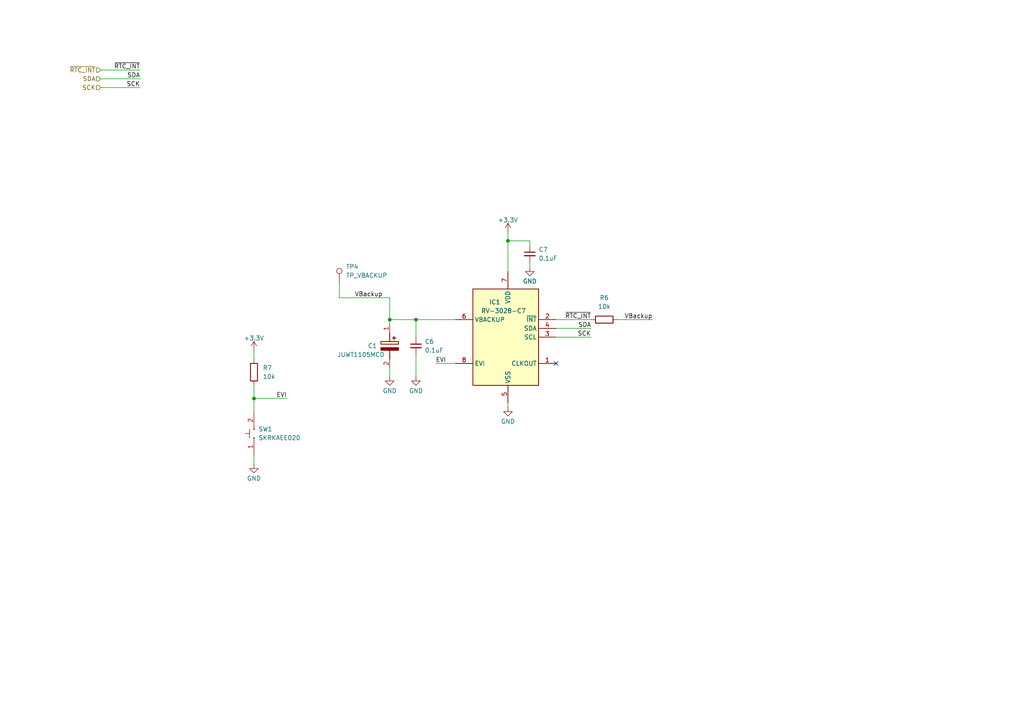
<source format=kicad_sch>
(kicad_sch (version 20230121) (generator eeschema)
  (paper "A4")
  (lib_symbols
    (symbol "Connector:TestPoint" (pin_numbers hide) (pin_names (offset 0.762) hide)
      (property "Reference" "TP" (at 0 6.858 0))
      (property "Value" "TestPoint" (at 0 5.08 0))
      (symbol "TestPoint_0_1"
        (circle (center 0 3.302) (radius 0.762))
      )
      (symbol "TestPoint_1_1"
        (pin passive line (at 0 0 90) (length 2.54) (name "1") (number "1"))
      )
    )
    (symbol "Device:C_Small" (pin_numbers hide) (pin_names (offset 0.254) hide)
      (property "Reference" "C" (at 0.254 1.778 0))
      (property "Value" "C_Small" (at 0.254 -2.032 0))
      (symbol "C_Small_0_1"
        (polyline (pts (xy -1.524 -0.508) (xy 1.524 -0.508)) (stroke (width 0.3302)))
        (polyline (pts (xy -1.524 0.508) (xy 1.524 0.508)) (stroke (width 0.3048)))
      )
      (symbol "C_Small_1_1"
        (pin passive line (at 0 2.54 270) (length 2.032) (name "~") (number "1"))
        (pin passive line (at 0 -2.54 90) (length 2.032) (name "~") (number "2"))
      )
    )
    (symbol "Device:R" (pin_numbers hide) (pin_names (offset 0))
      (property "Reference" "R" (at 2.032 0 90))
      (property "Value" "R" (at 0 0 90))
      (symbol "R_0_1"
        (rectangle (start -1.016 -2.54) (end 1.016 2.54) (stroke (width 0.254)))
      )
      (symbol "R_1_1"
        (pin passive line (at 0 3.81 270) (length 1.27) (name "~") (number "1"))
        (pin passive line (at 0 -3.81 90) (length 1.27) (name "~") (number "2"))
      )
    )
    (symbol "JUWT1105MCD:JUWT1105MCD" (pin_names hide)
      (property "Reference" "C" (at 8.89 6.35 0))
      (property "Value" "JUWT1105MCD" (at 8.89 3.81 0))
      (symbol "JUWT1105MCD_1_1"
        (polyline (pts (xy 2.54 0) (xy 5.08 0)) (stroke (width 0.254)))
        (polyline (pts (xy 4.064 1.778) (xy 4.064 0.762)) (stroke (width 0.254)))
        (polyline (pts (xy 4.572 1.27) (xy 3.556 1.27)) (stroke (width 0.254)))
        (polyline (pts (xy 7.62 0) (xy 10.16 0)) (stroke (width 0.254)))
        (polyline (pts (xy 7.62 2.54) (xy 7.62 -2.54) (xy 6.858 -2.54) (xy 6.858 2.54) (xy 7.62 2.54)) (stroke (width 0.254)) (fill (type outline)))
        (rectangle (start 5.08 2.54) (end 5.842 -2.54) (stroke (width 0.254)) (fill (type background)))
        (pin passive line (at 0 0 0) (length 2.54) (name "+") (number "1"))
        (pin passive line (at 12.7 0 180) (length 2.54) (name "-") (number "2"))
      )
    )
    (symbol "RV-3028-C7:RV-3028-C7"
      (property "Reference" "IC" (at -5.08 10.16 0))
      (property "Value" "RV-3028-C7" (at -6.35 7.62 0))
      (symbol "RV-3028-C7_1_1"
        (rectangle (start -10.16 12.7) (end 8.89 -15.24) (stroke (width 0.254)) (fill (type background)))
        (pin passive line (at 13.97 -8.89 180) (length 5.08) (name "CLKOUT") (number "1"))
        (pin passive line (at 13.97 3.81 180) (length 5.08) (name "~{INT}") (number "2"))
        (pin passive line (at 13.97 -1.27 180) (length 5.08) (name "SCL") (number "3"))
        (pin passive line (at 13.97 1.27 180) (length 5.08) (name "SDA") (number "4"))
        (pin passive line (at 0 -20.32 90) (length 5.08) (name "VSS") (number "5"))
        (pin passive line (at -15.24 3.81 0) (length 5.08) (name "VBACKUP") (number "6"))
        (pin passive line (at 0 17.78 270) (length 5.08) (name "VDD") (number "7"))
        (pin passive line (at -15.24 -8.89 0) (length 5.08) (name "EVI") (number "8"))
      )
    )
    (symbol "SKRKAEE020:SKRKAEE020" (pin_names (offset 1.016))
      (property "Reference" "SW" (at 0 -1.27 0))
      (property "Value" "SKRKAEE020" (at 0 3.81 0))
      (symbol "SKRKAEE020_0_1"
        (circle (center -1.27 0) (radius 0.127))
        (polyline (pts (xy -1.27 1.27) (xy 1.27 1.27)))
        (polyline (pts (xy 0 1.27) (xy 0 2.54)))
        (circle (center 1.27 0) (radius 0.127))
      )
      (symbol "SKRKAEE020_1_1"
        (pin passive line (at -6.35 0 0) (length 5.08) (name "~") (number "1"))
        (pin passive line (at 6.35 0 180) (length 5.08) (name "~") (number "2"))
      )
    )
    (symbol "power:+3.3V" (power) (pin_names (offset 0))
      (property "Value" "+3.3V" (at 0 3.556 0))
      (symbol "+3.3V_0_1"
        (polyline (pts (xy -0.762 1.27) (xy 0 2.54)))
        (polyline (pts (xy 0 0) (xy 0 2.54)))
        (polyline (pts (xy 0 2.54) (xy 0.762 1.27)))
      )
      (symbol "+3.3V_1_1"
        (pin power_in line (at 0 0 90) (length 0) hide (name "+3.3V") (number "1"))
      )
    )
    (symbol "power:GND" (power) (pin_names (offset 0))
      (property "Value" "GND" (at 0 -3.81 0))
      (symbol "GND_0_1"
        (polyline (pts (xy 0 0) (xy 0 -1.27) (xy 1.27 -1.27) (xy 0 -2.54) (xy -1.27 -1.27) (xy 0 -1.27)))
      )
      (symbol "GND_1_1"
        (pin power_in line (at 0 0 270) (length 0) hide (name "GND") (number "1"))
      )
    )
  )
  (junction (at 113.03 92.71))
  (junction (at 73.66 115.57))
  (junction (at 120.65 92.71))
  (junction (at 147.32 69.85))
  (no_connect (at 161.29 105.41))
  (wire (pts (xy 113.03 86.36) (xy 113.03 92.71)))
  (wire (pts (xy 120.65 102.87) (xy 120.65 109.22)))
  (wire (pts (xy 113.03 92.71) (xy 113.03 93.98)))
  (wire (pts (xy 153.67 69.85) (xy 147.32 69.85)))
  (wire (pts (xy 29.21 22.86) (xy 40.64 22.86)))
  (wire (pts (xy 98.425 86.36) (xy 113.03 86.36)))
  (wire (pts (xy 147.32 69.85) (xy 147.32 78.74)))
  (wire (pts (xy 132.08 92.71) (xy 120.65 92.71)))
  (wire (pts (xy 153.67 71.12) (xy 153.67 69.85)))
  (wire (pts (xy 120.65 92.71) (xy 120.65 97.79)))
  (wire (pts (xy 113.03 106.68) (xy 113.03 109.22)))
  (wire (pts (xy 29.21 25.4) (xy 40.64 25.4)))
  (wire (pts (xy 147.32 116.84) (xy 147.32 118.11)))
  (wire (pts (xy 161.29 92.71) (xy 171.45 92.71)))
  (wire (pts (xy 147.32 67.31) (xy 147.32 69.85)))
  (wire (pts (xy 120.65 92.71) (xy 113.03 92.71)))
  (wire (pts (xy 161.29 97.79) (xy 171.45 97.79)))
  (wire (pts (xy 179.07 92.71) (xy 189.23 92.71)))
  (wire (pts (xy 29.21 20.32) (xy 40.64 20.32)))
  (wire (pts (xy 73.66 132.08) (xy 73.66 134.62)))
  (wire (pts (xy 153.67 76.2) (xy 153.67 77.47)))
  (wire (pts (xy 73.66 111.76) (xy 73.66 115.57)))
  (wire (pts (xy 126.365 105.41) (xy 132.08 105.41)))
  (wire (pts (xy 161.29 95.25) (xy 171.45 95.25)))
  (wire (pts (xy 73.66 101.6) (xy 73.66 104.14)))
  (wire (pts (xy 73.66 115.57) (xy 83.185 115.57)))
  (wire (pts (xy 73.66 115.57) (xy 73.66 119.38)))
  (wire (pts (xy 98.425 81.915) (xy 98.425 86.36)))
  (label "VBackup" (at 102.87 86.36 0))
  (label "EVI" (at 83.185 115.57 180))
  (label "~{RTC_INT}" (at 171.45 92.71 180))
  (label "SDA" (at 40.64 22.86 180))
  (label "~{RTC_INT}" (at 40.64 20.32 180))
  (label "SDA" (at 171.45 95.25 180))
  (label "SCK" (at 40.64 25.4 180))
  (label "VBackup" (at 189.23 92.71 180))
  (label "EVI" (at 126.365 105.41 0))
  (label "SCK" (at 171.45 97.79 180))
  (hierarchical_label "SCK" (shape input) (at 29.21 25.4 180))
  (hierarchical_label "SDA" (shape input) (at 29.21 22.86 180))
  (hierarchical_label "~{RTC_INT}" (shape input) (at 29.21 20.32 180))
  (symbol (lib_id "power:GND") (at 113.03 109.22 0) (unit 1)
    (property "Reference" "#PWR028" (effects hide))
    (property "Value" "GND" (at 113.03 113.3555 0))
    (instances (project "ot-riwa" (path "" (reference "#PWR028") (unit 1)) (path "" (reference "#PWR028") (unit 1))) (project "dps368-breakout" (path "" (reference "#PWR03") (unit 1))))
  )
  (symbol (lib_id "power:+3.3V") (at 147.32 67.31 0) (unit 1)
    (property "Reference" "#PWR030" (effects hide))
    (property "Value" "+3.3V" (at 147.32 63.8081 0))
    (instances (project "ot-riwa" (path "" (reference "#PWR030") (unit 1)) (path "" (reference "#PWR032") (unit 1))) (project "dps368-breakout" (path "" (reference "#PWR010") (unit 1))))
  )
  (symbol (lib_id "JUWT1105MCD:JUWT1105MCD") (at 113.03 93.98 270) (unit 1)
    (property "Reference" "C1" (at 106.68 100.33 90) (effects (justify left)))
    (property "Value" "JUWT1105MCD" (at 97.79 102.87 90) (effects (justify left)))
    (property "Footprint" "JUWT1105MCD:supercap_horizontal" (effects hide))
    (property "Datasheet" "https://eagle.componentsearchengine.com/Datasheets/2/JUWT1105MCD.pdf" (effects hide))
    (property "Height" "10.5" (effects hide))
    (property "Manufacturer_Name" "Nichicon" (effects hide))
    (property "Manufacturer_Part_Number" "JUWT1105MCD" (effects hide))
    (property "Mouser Part Number" "647-JUWT1105MCD" (effects hide))
    (property "Mouser Price/Stock" "https://www.mouser.co.uk/ProductDetail/Nichicon/JUWT1105MCD?qs=zimaWZoi%252BnPSejLfj4P%252BuQ%3D%3D" (effects hide))
    (property "Arrow Part Number" "JUWT1105MCD" (effects hide))
    (property "Arrow Price/Stock" "https://www.arrow.com/en/products/juwt1105mcd/nichicon" (effects hide))
  )
  (symbol (lib_id "RV-3028-C7:RV-3028-C7") (at 147.32 96.52 0) (unit 1)
    (property "Reference" "IC1" (at 143.51 87.63 0))
    (property "Value" "RV-3028-C7" (at 146.05 90.17 0))
    (property "Footprint" "RV-3028-C7:RV3028C732768kHz1ppmTAQC" (effects hide))
    (property "Datasheet" "https://www.microcrystal.com/fileadmin/Media/Products/RTC/Datasheet/RV-3028-C7.pdf" (effects hide))
    (property "Height" "0.8" (effects hide))
    (property "Manufacturer_Name" "Micro Crystal AG" (effects hide))
    (property "Manufacturer_Part_Number" "RV-3028-C7" (effects hide))
    (instances (project "ot-riwa" (path "" (reference "IC1") (unit 1)) (path "" (reference "IC2") (unit 1)) (path "" (reference "IC1") (unit 1))))
  )
  (symbol (lib_id "Connector:TestPoint") (at 98.425 81.915 0) (unit 1) (in_bom no)
    (property "Reference" "TP4" (at 100.33 77.343 0) (effects (justify left)))
    (property "Value" "TP_VBACKUP" (at 100.33 79.883 0) (effects (justify left)))
    (property "Footprint" "TestPoint:TestPoint_Pad_D2.0mm" (effects hide))
    (instances (project "ot-riwa" (path "" (reference "TP4") (unit 1)) (path "" (reference "TP7") (unit 1))))
  )
  (symbol (lib_id "power:+3.3V") (at 73.66 101.6 0) (unit 1)
    (property "Reference" "#PWR034" (effects hide))
    (property "Value" "+3.3V" (at 73.66 98.0981 0))
    (instances (project "ot-riwa" (path "" (reference "#PWR034") (unit 1)) (path "" (reference "#PWR030") (unit 1))) (project "dps368-breakout" (path "" (reference "#PWR010") (unit 1))))
  )
  (symbol (lib_id "Device:R") (at 175.26 92.71 90) (unit 1)
    (property "Reference" "R6" (at 175.26 86.36 90))
    (property "Value" "10k" (at 175.26 88.9 90))
    (property "Footprint" "Resistor_SMD:R_0603_1608Metric" (effects hide))
    (instances (project "ot-riwa" (path "" (reference "R6") (unit 1)) (path "" (reference "R7") (unit 1))) (project "dps368-breakout" (path "" (reference "R2") (unit 1))))
  )
  (symbol (lib_id "Device:R") (at 73.66 107.95 0) (unit 1)
    (property "Reference" "R7" (at 76.2 106.68 0) (effects (justify left)))
    (property "Value" "10k" (at 76.2 109.22 0) (effects (justify left)))
    (property "Footprint" "Resistor_SMD:R_0603_1608Metric" (effects hide))
    (instances (project "ot-riwa" (path "" (reference "R7") (unit 1)) (path "" (reference "R6") (unit 1))) (project "dps368-breakout" (path "" (reference "R1") (unit 1))))
  )
  (symbol (lib_id "power:GND") (at 147.32 118.11 0) (unit 1)
    (property "Reference" "#PWR032" (effects hide))
    (property "Value" "GND" (at 147.32 122.2455 0))
    (instances (project "ot-riwa" (path "" (reference "#PWR032") (unit 1)) (path "" (reference "#PWR033") (unit 1))) (project "dps368-breakout" (path "" (reference "#PWR03") (unit 1))))
  )
  (symbol (lib_id "power:GND") (at 73.66 134.62 0) (unit 1)
    (property "Reference" "#PWR033" (effects hide))
    (property "Value" "GND" (at 73.66 138.7555 0))
    (instances (project "ot-riwa" (path "" (reference "#PWR033") (unit 1)) (path "" (reference "#PWR031") (unit 1))) (project "dps368-breakout" (path "" (reference "#PWR03") (unit 1))))
  )
  (symbol (lib_id "Device:C_Small") (at 153.67 73.66 0) (unit 1)
    (property "Reference" "C7" (at 156.21 72.3963 0) (effects (justify left)))
    (property "Value" "0.1uF" (at 156.21 74.9363 0) (effects (justify left)))
    (property "Footprint" "Capacitor_SMD:C_0603_1608Metric" (effects hide))
  )
  (symbol (lib_id "power:GND") (at 153.67 77.47 0) (unit 1)
    (property "Reference" "#PWR031" (effects hide))
    (property "Value" "GND" (at 153.67 81.6055 0))
    (instances (project "ot-riwa" (path "" (reference "#PWR031") (unit 1)) (path "" (reference "#PWR034") (unit 1))) (project "dps368-breakout" (path "" (reference "#PWR03") (unit 1))))
  )
  (symbol (lib_id "Device:C_Small") (at 120.65 100.33 0) (unit 1)
    (property "Reference" "C6" (at 123.19 99.0663 0) (effects (justify left)))
    (property "Value" "0.1uF" (at 123.19 101.6063 0) (effects (justify left)))
    (property "Footprint" "Capacitor_SMD:C_0603_1608Metric" (effects hide))
  )
  (symbol (lib_id "power:GND") (at 120.65 109.22 0) (unit 1)
    (property "Reference" "#PWR029" (effects hide))
    (property "Value" "GND" (at 120.65 113.3555 0))
    (instances (project "ot-riwa" (path "" (reference "#PWR029") (unit 1)) (path "" (reference "#PWR029") (unit 1))) (project "dps368-breakout" (path "" (reference "#PWR03") (unit 1))))
  )
  (symbol (lib_id "SKRKAEE020:SKRKAEE020") (at 73.66 125.73 90) (unit 1)
    (property "Reference" "SW1" (at 74.93 124.46 90) (effects (justify right)))
    (property "Value" "SKRKAEE020" (at 74.93 127 90) (effects (justify right)))
    (property "Footprint" "SKRKAEE020:SKRKAEE020" (effects hide))
  )
)
</source>
